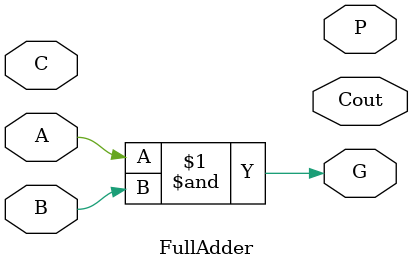
<source format=sv>
/**
cse3341, digital logic 2, lab 3
George Boone
1002055713
*/

module FullAdder(
	input A,	//a bit
	input B,	//a bit
	input C, //carry in
	
	output Cout,	//carry out
	output G,		//generate
	output P			//propagate
);
	
	assign G = A & B;

endmodule


</source>
